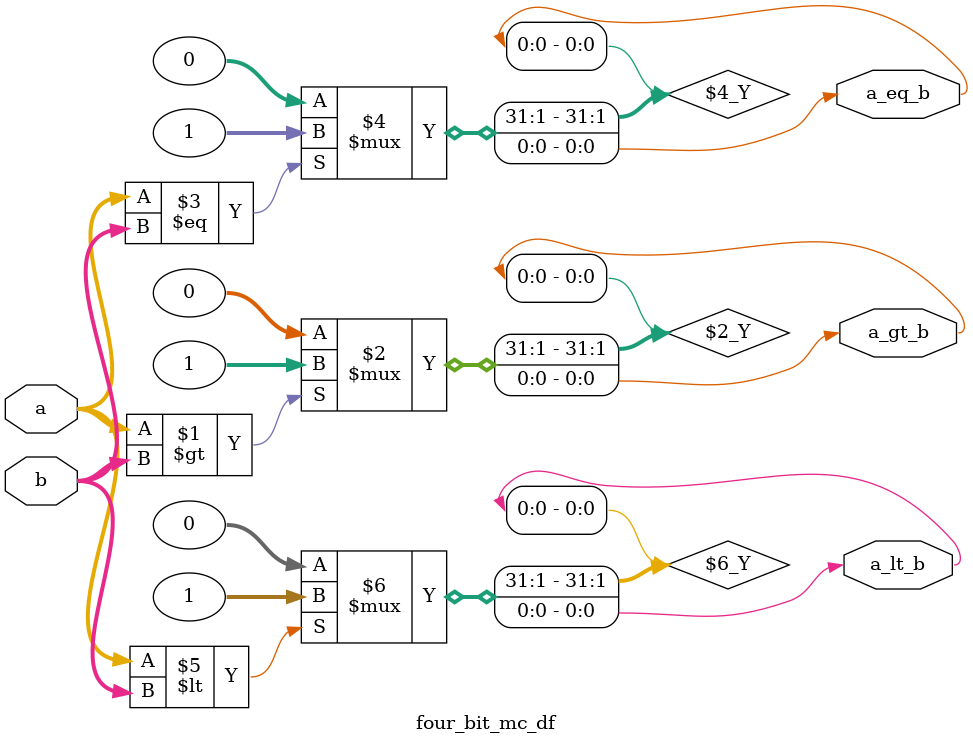
<source format=v>
`timescale 1ns / 1ps

module four_bit_mc_df(
    input  [3:0] a,
    input  [3:0] b,
    output       a_gt_b,
    output       a_eq_b,
    output       a_lt_b
);

    assign a_gt_b = (a > b) ? 1 : 0;
    assign a_eq_b = (a == b) ? 1 : 0;
    assign a_lt_b = (a < b) ? 1 : 0;

endmodule
</source>
